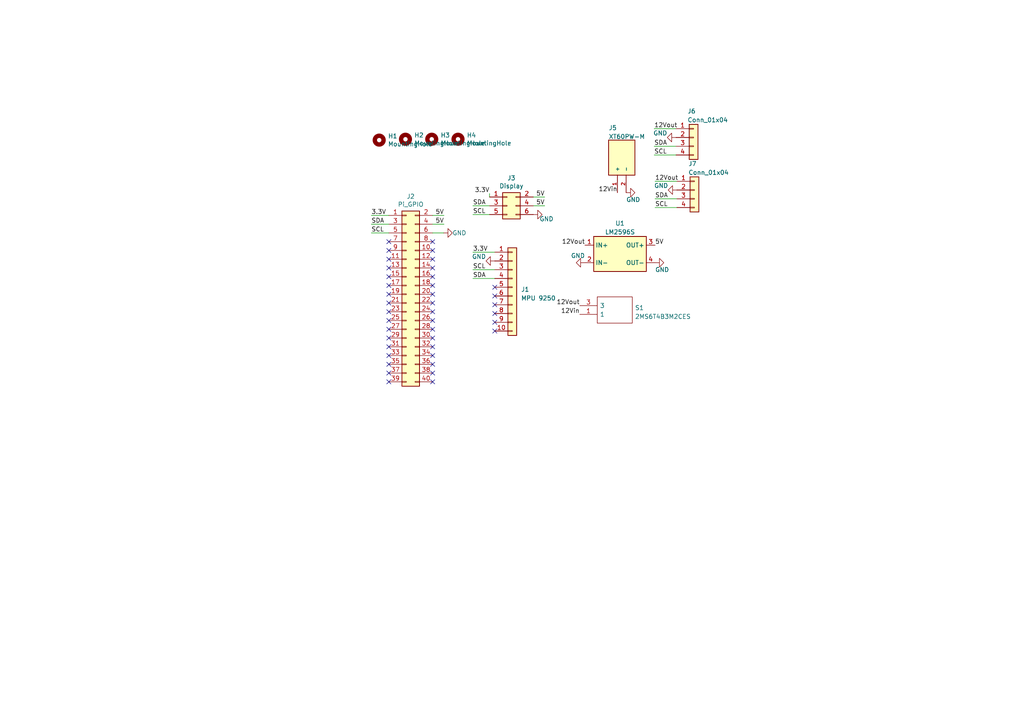
<source format=kicad_sch>
(kicad_sch (version 20230121) (generator eeschema)
  (paper "A4")
  (lib_symbols
    (symbol "2MS6T4B3M2CES:2MS6T4B3M2CES" (pin_names (offset 0.762))
      (property "Reference" "S" (at 16.51 7.62 0))
      (property "Value" "2MS6T4B3M2CES" (at 16.51 5.08 0))
      (symbol "2MS6T4B3M2CES_0_0"
        (pin passive line (at 0 -2.54 0) (length 5.08) (name "1") (number "1"))
        (pin passive line (at 0 0 0) (length 5.08) (name "3") (number "3"))
      )
      (symbol "2MS6T4B3M2CES_0_1"
        (polyline (pts (xy 5.08 2.54) (xy 15.24 2.54) (xy 15.24 -5.08) (xy 5.08 -5.08) (xy 5.08 2.54)) (stroke (width 0.1524)))
      )
    )
    (symbol "Connector_Generic:Conn_01x04" (pin_names (offset 1.016) hide)
      (property "Reference" "J" (at 0 5.08 0))
      (property "Value" "Conn_01x04" (at 0 -7.62 0))
      (symbol "Conn_01x04_1_1"
        (rectangle (start -1.27 -4.953) (end 0 -5.207) (stroke (width 0.1524)))
        (rectangle (start -1.27 -2.413) (end 0 -2.667) (stroke (width 0.1524)))
        (rectangle (start -1.27 0.127) (end 0 -0.127) (stroke (width 0.1524)))
        (rectangle (start -1.27 2.667) (end 0 2.413) (stroke (width 0.1524)))
        (rectangle (start -1.27 3.81) (end 1.27 -6.35) (stroke (width 0.254)) (fill (type background)))
        (pin passive line (at -5.08 2.54 0) (length 3.81) (name "Pin_1") (number "1"))
        (pin passive line (at -5.08 0 0) (length 3.81) (name "Pin_2") (number "2"))
        (pin passive line (at -5.08 -2.54 0) (length 3.81) (name "Pin_3") (number "3"))
        (pin passive line (at -5.08 -5.08 0) (length 3.81) (name "Pin_4") (number "4"))
      )
    )
    (symbol "Connector_Generic:Conn_01x10" (pin_names (offset 1.016) hide)
      (property "Reference" "J" (at 0 12.7 0))
      (property "Value" "Conn_01x10" (at 0 -15.24 0))
      (symbol "Conn_01x10_1_1"
        (rectangle (start -1.27 -12.573) (end 0 -12.827) (stroke (width 0.1524)))
        (rectangle (start -1.27 -10.033) (end 0 -10.287) (stroke (width 0.1524)))
        (rectangle (start -1.27 -7.493) (end 0 -7.747) (stroke (width 0.1524)))
        (rectangle (start -1.27 -4.953) (end 0 -5.207) (stroke (width 0.1524)))
        (rectangle (start -1.27 -2.413) (end 0 -2.667) (stroke (width 0.1524)))
        (rectangle (start -1.27 0.127) (end 0 -0.127) (stroke (width 0.1524)))
        (rectangle (start -1.27 2.667) (end 0 2.413) (stroke (width 0.1524)))
        (rectangle (start -1.27 5.207) (end 0 4.953) (stroke (width 0.1524)))
        (rectangle (start -1.27 7.747) (end 0 7.493) (stroke (width 0.1524)))
        (rectangle (start -1.27 10.287) (end 0 10.033) (stroke (width 0.1524)))
        (rectangle (start -1.27 11.43) (end 1.27 -13.97) (stroke (width 0.254)) (fill (type background)))
        (pin passive line (at -5.08 10.16 0) (length 3.81) (name "Pin_1") (number "1"))
        (pin passive line (at -5.08 -12.7 0) (length 3.81) (name "Pin_10") (number "10"))
        (pin passive line (at -5.08 7.62 0) (length 3.81) (name "Pin_2") (number "2"))
        (pin passive line (at -5.08 5.08 0) (length 3.81) (name "Pin_3") (number "3"))
        (pin passive line (at -5.08 2.54 0) (length 3.81) (name "Pin_4") (number "4"))
        (pin passive line (at -5.08 0 0) (length 3.81) (name "Pin_5") (number "5"))
        (pin passive line (at -5.08 -2.54 0) (length 3.81) (name "Pin_6") (number "6"))
        (pin passive line (at -5.08 -5.08 0) (length 3.81) (name "Pin_7") (number "7"))
        (pin passive line (at -5.08 -7.62 0) (length 3.81) (name "Pin_8") (number "8"))
        (pin passive line (at -5.08 -10.16 0) (length 3.81) (name "Pin_9") (number "9"))
      )
    )
    (symbol "Connector_Generic:Conn_02x03_Odd_Even" (pin_names (offset 1.016) hide)
      (property "Reference" "J" (at 1.27 5.08 0))
      (property "Value" "Conn_02x03_Odd_Even" (at 1.27 -5.08 0))
      (symbol "Conn_02x03_Odd_Even_1_1"
        (rectangle (start -1.27 -2.413) (end 0 -2.667) (stroke (width 0.1524)))
        (rectangle (start -1.27 0.127) (end 0 -0.127) (stroke (width 0.1524)))
        (rectangle (start -1.27 2.667) (end 0 2.413) (stroke (width 0.1524)))
        (rectangle (start -1.27 3.81) (end 3.81 -3.81) (stroke (width 0.254)) (fill (type background)))
        (rectangle (start 3.81 -2.413) (end 2.54 -2.667) (stroke (width 0.1524)))
        (rectangle (start 3.81 0.127) (end 2.54 -0.127) (stroke (width 0.1524)))
        (rectangle (start 3.81 2.667) (end 2.54 2.413) (stroke (width 0.1524)))
        (pin passive line (at -5.08 2.54 0) (length 3.81) (name "Pin_1") (number "1"))
        (pin passive line (at 7.62 2.54 180) (length 3.81) (name "Pin_2") (number "2"))
        (pin passive line (at -5.08 0 0) (length 3.81) (name "Pin_3") (number "3"))
        (pin passive line (at 7.62 0 180) (length 3.81) (name "Pin_4") (number "4"))
        (pin passive line (at -5.08 -2.54 0) (length 3.81) (name "Pin_5") (number "5"))
        (pin passive line (at 7.62 -2.54 180) (length 3.81) (name "Pin_6") (number "6"))
      )
    )
    (symbol "Connector_Generic:Conn_02x20_Odd_Even" (pin_names (offset 1.016) hide)
      (property "Reference" "J" (at 1.27 25.4 0))
      (property "Value" "Conn_02x20_Odd_Even" (at 1.27 -27.94 0))
      (symbol "Conn_02x20_Odd_Even_1_1"
        (rectangle (start -1.27 -25.273) (end 0 -25.527) (stroke (width 0.1524)))
        (rectangle (start -1.27 -22.733) (end 0 -22.987) (stroke (width 0.1524)))
        (rectangle (start -1.27 -20.193) (end 0 -20.447) (stroke (width 0.1524)))
        (rectangle (start -1.27 -17.653) (end 0 -17.907) (stroke (width 0.1524)))
        (rectangle (start -1.27 -15.113) (end 0 -15.367) (stroke (width 0.1524)))
        (rectangle (start -1.27 -12.573) (end 0 -12.827) (stroke (width 0.1524)))
        (rectangle (start -1.27 -10.033) (end 0 -10.287) (stroke (width 0.1524)))
        (rectangle (start -1.27 -7.493) (end 0 -7.747) (stroke (width 0.1524)))
        (rectangle (start -1.27 -4.953) (end 0 -5.207) (stroke (width 0.1524)))
        (rectangle (start -1.27 -2.413) (end 0 -2.667) (stroke (width 0.1524)))
        (rectangle (start -1.27 0.127) (end 0 -0.127) (stroke (width 0.1524)))
        (rectangle (start -1.27 2.667) (end 0 2.413) (stroke (width 0.1524)))
        (rectangle (start -1.27 5.207) (end 0 4.953) (stroke (width 0.1524)))
        (rectangle (start -1.27 7.747) (end 0 7.493) (stroke (width 0.1524)))
        (rectangle (start -1.27 10.287) (end 0 10.033) (stroke (width 0.1524)))
        (rectangle (start -1.27 12.827) (end 0 12.573) (stroke (width 0.1524)))
        (rectangle (start -1.27 15.367) (end 0 15.113) (stroke (width 0.1524)))
        (rectangle (start -1.27 17.907) (end 0 17.653) (stroke (width 0.1524)))
        (rectangle (start -1.27 20.447) (end 0 20.193) (stroke (width 0.1524)))
        (rectangle (start -1.27 22.987) (end 0 22.733) (stroke (width 0.1524)))
        (rectangle (start -1.27 24.13) (end 3.81 -26.67) (stroke (width 0.254)) (fill (type background)))
        (rectangle (start 3.81 -25.273) (end 2.54 -25.527) (stroke (width 0.1524)))
        (rectangle (start 3.81 -22.733) (end 2.54 -22.987) (stroke (width 0.1524)))
        (rectangle (start 3.81 -20.193) (end 2.54 -20.447) (stroke (width 0.1524)))
        (rectangle (start 3.81 -17.653) (end 2.54 -17.907) (stroke (width 0.1524)))
        (rectangle (start 3.81 -15.113) (end 2.54 -15.367) (stroke (width 0.1524)))
        (rectangle (start 3.81 -12.573) (end 2.54 -12.827) (stroke (width 0.1524)))
        (rectangle (start 3.81 -10.033) (end 2.54 -10.287) (stroke (width 0.1524)))
        (rectangle (start 3.81 -7.493) (end 2.54 -7.747) (stroke (width 0.1524)))
        (rectangle (start 3.81 -4.953) (end 2.54 -5.207) (stroke (width 0.1524)))
        (rectangle (start 3.81 -2.413) (end 2.54 -2.667) (stroke (width 0.1524)))
        (rectangle (start 3.81 0.127) (end 2.54 -0.127) (stroke (width 0.1524)))
        (rectangle (start 3.81 2.667) (end 2.54 2.413) (stroke (width 0.1524)))
        (rectangle (start 3.81 5.207) (end 2.54 4.953) (stroke (width 0.1524)))
        (rectangle (start 3.81 7.747) (end 2.54 7.493) (stroke (width 0.1524)))
        (rectangle (start 3.81 10.287) (end 2.54 10.033) (stroke (width 0.1524)))
        (rectangle (start 3.81 12.827) (end 2.54 12.573) (stroke (width 0.1524)))
        (rectangle (start 3.81 15.367) (end 2.54 15.113) (stroke (width 0.1524)))
        (rectangle (start 3.81 17.907) (end 2.54 17.653) (stroke (width 0.1524)))
        (rectangle (start 3.81 20.447) (end 2.54 20.193) (stroke (width 0.1524)))
        (rectangle (start 3.81 22.987) (end 2.54 22.733) (stroke (width 0.1524)))
        (pin passive line (at -5.08 22.86 0) (length 3.81) (name "Pin_1") (number "1"))
        (pin passive line (at 7.62 12.7 180) (length 3.81) (name "Pin_10") (number "10"))
        (pin passive line (at -5.08 10.16 0) (length 3.81) (name "Pin_11") (number "11"))
        (pin passive line (at 7.62 10.16 180) (length 3.81) (name "Pin_12") (number "12"))
        (pin passive line (at -5.08 7.62 0) (length 3.81) (name "Pin_13") (number "13"))
        (pin passive line (at 7.62 7.62 180) (length 3.81) (name "Pin_14") (number "14"))
        (pin passive line (at -5.08 5.08 0) (length 3.81) (name "Pin_15") (number "15"))
        (pin passive line (at 7.62 5.08 180) (length 3.81) (name "Pin_16") (number "16"))
        (pin passive line (at -5.08 2.54 0) (length 3.81) (name "Pin_17") (number "17"))
        (pin passive line (at 7.62 2.54 180) (length 3.81) (name "Pin_18") (number "18"))
        (pin passive line (at -5.08 0 0) (length 3.81) (name "Pin_19") (number "19"))
        (pin passive line (at 7.62 22.86 180) (length 3.81) (name "Pin_2") (number "2"))
        (pin passive line (at 7.62 0 180) (length 3.81) (name "Pin_20") (number "20"))
        (pin passive line (at -5.08 -2.54 0) (length 3.81) (name "Pin_21") (number "21"))
        (pin passive line (at 7.62 -2.54 180) (length 3.81) (name "Pin_22") (number "22"))
        (pin passive line (at -5.08 -5.08 0) (length 3.81) (name "Pin_23") (number "23"))
        (pin passive line (at 7.62 -5.08 180) (length 3.81) (name "Pin_24") (number "24"))
        (pin passive line (at -5.08 -7.62 0) (length 3.81) (name "Pin_25") (number "25"))
        (pin passive line (at 7.62 -7.62 180) (length 3.81) (name "Pin_26") (number "26"))
        (pin passive line (at -5.08 -10.16 0) (length 3.81) (name "Pin_27") (number "27"))
        (pin passive line (at 7.62 -10.16 180) (length 3.81) (name "Pin_28") (number "28"))
        (pin passive line (at -5.08 -12.7 0) (length 3.81) (name "Pin_29") (number "29"))
        (pin passive line (at -5.08 20.32 0) (length 3.81) (name "Pin_3") (number "3"))
        (pin passive line (at 7.62 -12.7 180) (length 3.81) (name "Pin_30") (number "30"))
        (pin passive line (at -5.08 -15.24 0) (length 3.81) (name "Pin_31") (number "31"))
        (pin passive line (at 7.62 -15.24 180) (length 3.81) (name "Pin_32") (number "32"))
        (pin passive line (at -5.08 -17.78 0) (length 3.81) (name "Pin_33") (number "33"))
        (pin passive line (at 7.62 -17.78 180) (length 3.81) (name "Pin_34") (number "34"))
        (pin passive line (at -5.08 -20.32 0) (length 3.81) (name "Pin_35") (number "35"))
        (pin passive line (at 7.62 -20.32 180) (length 3.81) (name "Pin_36") (number "36"))
        (pin passive line (at -5.08 -22.86 0) (length 3.81) (name "Pin_37") (number "37"))
        (pin passive line (at 7.62 -22.86 180) (length 3.81) (name "Pin_38") (number "38"))
        (pin passive line (at -5.08 -25.4 0) (length 3.81) (name "Pin_39") (number "39"))
        (pin passive line (at 7.62 20.32 180) (length 3.81) (name "Pin_4") (number "4"))
        (pin passive line (at 7.62 -25.4 180) (length 3.81) (name "Pin_40") (number "40"))
        (pin passive line (at -5.08 17.78 0) (length 3.81) (name "Pin_5") (number "5"))
        (pin passive line (at 7.62 17.78 180) (length 3.81) (name "Pin_6") (number "6"))
        (pin passive line (at -5.08 15.24 0) (length 3.81) (name "Pin_7") (number "7"))
        (pin passive line (at 7.62 15.24 180) (length 3.81) (name "Pin_8") (number "8"))
        (pin passive line (at -5.08 12.7 0) (length 3.81) (name "Pin_9") (number "9"))
      )
    )
    (symbol "Mechanical:MountingHole" (pin_names (offset 1.016))
      (property "Reference" "H" (at 0 5.08 0))
      (property "Value" "MountingHole" (at 0 3.175 0))
      (symbol "MountingHole_0_1"
        (circle (center 0 0) (radius 1.27) (stroke (width 1.27)))
      )
    )
    (symbol "Regulator_Switching:LM2596S"
      (property "Reference" "U" (at 0 8.89 0))
      (property "Value" "LM2596S" (at 0 6.35 0))
      (symbol "LM2596S_0_1"
        (rectangle (start -7.62 5.08) (end 7.62 -5.08) (stroke (width 0.254)) (fill (type background)))
      )
      (symbol "LM2596S_1_1"
        (pin power_in line (at -10.16 2.54 0) (length 2.54) (name "IN+") (number "1"))
        (pin input line (at -10.16 -2.54 0) (length 2.54) (name "IN-") (number "2"))
        (pin power_out line (at 10.16 2.54 180) (length 2.54) (name "OUT+") (number "3"))
        (pin output line (at 10.16 -2.54 180) (length 2.54) (name "OUT-") (number "4"))
      )
    )
    (symbol "XT60PW-M:XT60PW-M" (pin_names (offset 1.016))
      (property "Reference" "J" (at -5.08 5.715 0))
      (property "Value" "XT60PW-M" (at -5.08 -5.08 0))
      (symbol "XT60PW-M_0_0"
        (rectangle (start -5.08 -2.54) (end 5.08 5.08) (stroke (width 0.254)) (fill (type background)))
        (pin passive line (at -10.16 2.54 0) (length 5.08) (name "+") (number "1"))
        (pin passive line (at -10.16 0 0) (length 5.08) (name "-") (number "2"))
      )
    )
    (symbol "power:GND" (power) (pin_names (offset 0))
      (property "Value" "GND" (at 0 -3.81 0))
      (symbol "GND_0_1"
        (polyline (pts (xy 0 0) (xy 0 -1.27) (xy 1.27 -1.27) (xy 0 -2.54) (xy -1.27 -1.27) (xy 0 -1.27)))
      )
      (symbol "GND_1_1"
        (pin power_in line (at 0 0 270) (length 0) hide (name "GND") (number "1"))
      )
    )
  )
  (no_connect (at 143.51 83.312))
  (no_connect (at 125.476 90.424))
  (no_connect (at 125.476 80.264))
  (no_connect (at 125.476 82.804))
  (no_connect (at 112.776 85.344))
  (no_connect (at 125.476 110.744))
  (no_connect (at 143.51 88.392))
  (no_connect (at 112.776 103.124))
  (no_connect (at 112.776 95.504))
  (no_connect (at 125.476 108.204))
  (no_connect (at 125.476 103.124))
  (no_connect (at 112.776 92.964))
  (no_connect (at 112.776 100.584))
  (no_connect (at 112.776 80.264))
  (no_connect (at 143.51 96.012))
  (no_connect (at 112.776 72.644))
  (no_connect (at 125.476 98.044))
  (no_connect (at 143.51 85.852))
  (no_connect (at 143.51 90.932))
  (no_connect (at 125.476 77.724))
  (no_connect (at 125.476 75.184))
  (no_connect (at 125.476 87.884))
  (no_connect (at 112.776 98.044))
  (no_connect (at 125.476 70.104))
  (no_connect (at 125.476 72.644))
  (no_connect (at 112.776 90.424))
  (no_connect (at 125.476 92.964))
  (no_connect (at 143.51 93.472))
  (no_connect (at 125.476 100.584))
  (no_connect (at 112.776 82.804))
  (no_connect (at 112.776 108.204))
  (no_connect (at 125.476 85.344))
  (no_connect (at 112.776 70.104))
  (no_connect (at 125.476 95.504))
  (no_connect (at 112.776 110.744))
  (no_connect (at 112.776 75.184))
  (no_connect (at 125.476 105.664))
  (no_connect (at 112.776 105.664))
  (no_connect (at 112.776 77.724))
  (no_connect (at 112.776 87.884))
  (wire (pts (xy 125.476 67.564) (xy 128.651 67.564)))
  (wire (pts (xy 157.988 59.69) (xy 154.686 59.69)))
  (wire (pts (xy 141.986 59.69) (xy 137.16 59.69)))
  (wire (pts (xy 107.696 62.484) (xy 112.776 62.484)))
  (wire (pts (xy 189.992 57.658) (xy 196.342 57.658)))
  (wire (pts (xy 137.16 80.772) (xy 143.51 80.772)))
  (wire (pts (xy 189.992 52.578) (xy 196.342 52.578)))
  (wire (pts (xy 107.696 67.564) (xy 112.776 67.564)))
  (wire (pts (xy 137.16 73.152) (xy 143.51 73.152)))
  (wire (pts (xy 128.778 65.024) (xy 125.476 65.024)))
  (wire (pts (xy 137.16 78.232) (xy 143.51 78.232)))
  (wire (pts (xy 189.738 37.338) (xy 196.088 37.338)))
  (wire (pts (xy 189.738 44.958) (xy 196.088 44.958)))
  (wire (pts (xy 107.696 65.024) (xy 112.776 65.024)))
  (wire (pts (xy 141.986 57.15) (xy 141.986 56.134)))
  (wire (pts (xy 141.986 62.23) (xy 137.16 62.23)))
  (wire (pts (xy 189.738 42.418) (xy 196.088 42.418)))
  (wire (pts (xy 128.778 62.484) (xy 125.476 62.484)))
  (wire (pts (xy 157.988 57.15) (xy 154.686 57.15)))
  (wire (pts (xy 189.992 60.198) (xy 196.342 60.198)))
  (label "5V" (at 128.778 65.024 180))
  (label "12Vout" (at 189.992 52.578 0))
  (label "3.3V" (at 137.16 73.152 0))
  (label "3.3V" (at 141.986 56.134 180))
  (label "SDA" (at 107.696 65.024 0))
  (label "5V" (at 189.992 71.12 0))
  (label "SCL" (at 137.16 62.23 0))
  (label "12Vout" (at 169.672 71.12 180))
  (label "3.3V" (at 107.696 62.484 0))
  (label "12Vin" (at 179.07 55.88 180))
  (label "SCL" (at 189.992 60.198 0))
  (label "12Vin" (at 168.148 91.186 180))
  (label "5V" (at 157.988 59.69 180))
  (label "SCL" (at 137.16 78.232 0))
  (label "SDA" (at 137.16 80.772 0))
  (label "SDA" (at 189.992 57.658 0))
  (label "SCL" (at 107.696 67.564 0))
  (label "SDA" (at 137.16 59.69 0))
  (label "5V" (at 157.988 57.15 180))
  (label "5V" (at 128.778 62.484 180))
  (label "12Vout" (at 168.148 88.646 180))
  (label "SDA" (at 189.738 42.418 0))
  (label "SCL" (at 189.738 44.958 0))
  (label "12Vout" (at 189.738 37.338 0))
  (symbol (lib_id "Connector_Generic:Conn_02x20_Odd_Even") (at 117.856 85.344 0) (unit 1)
    (property "Reference" "J2" (at 119.126 56.9722 0))
    (property "Value" "Pi_GPIO" (at 119.126 59.2836 0))
    (property "Footprint" "Connector_PinHeader_2.54mm:PinHeader_2x20_P2.54mm_Vertical" (effects hide))
  )
  (symbol (lib_id "Connector_Generic:Conn_02x03_Odd_Even") (at 147.066 59.69 0) (unit 1)
    (property "Reference" "J3" (at 148.336 51.6382 0))
    (property "Value" "Display" (at 148.336 53.9496 0))
    (property "Footprint" "Connector_PinHeader_2.54mm:PinHeader_2x03_P2.54mm_Vertical" (effects hide))
  )
  (symbol (lib_id "Mechanical:MountingHole") (at 109.982 40.64 0) (unit 1)
    (property "Reference" "H1" (at 112.522 39.4716 0) (effects (justify left)))
    (property "Value" "MountingHole" (at 112.522 41.783 0) (effects (justify left)))
    (property "Footprint" "MountingHole:MountingHole_2.5mm" (effects hide))
  )
  (symbol (lib_id "Mechanical:MountingHole") (at 117.602 40.386 0) (unit 1)
    (property "Reference" "H2" (at 120.142 39.2176 0) (effects (justify left)))
    (property "Value" "MountingHole" (at 120.142 41.529 0) (effects (justify left)))
    (property "Footprint" "MountingHole:MountingHole_2.5mm" (effects hide))
  )
  (symbol (lib_id "Mechanical:MountingHole") (at 125.222 40.386 0) (unit 1)
    (property "Reference" "H3" (at 127.762 39.2176 0) (effects (justify left)))
    (property "Value" "MountingHole" (at 127.762 41.529 0) (effects (justify left)))
    (property "Footprint" "MountingHole:MountingHole_2.5mm" (effects hide))
  )
  (symbol (lib_id "Mechanical:MountingHole") (at 132.842 40.386 0) (unit 1)
    (property "Reference" "H4" (at 135.382 39.2176 0) (effects (justify left)))
    (property "Value" "MountingHole" (at 135.382 41.529 0) (effects (justify left)))
    (property "Footprint" "MountingHole:MountingHole_2.5mm" (effects hide))
  )
  (symbol (lib_id "power:GND") (at 128.651 67.564 90) (unit 1)
    (property "Reference" "#PWR0107" (effects hide))
    (property "Value" "GND" (at 131.191 67.564 90) (effects (justify right)))
  )
  (symbol (lib_id "power:GND") (at 154.686 62.23 90) (unit 1)
    (property "Reference" "#PWR0108" (effects hide))
    (property "Value" "GND" (at 156.464 63.5 90) (effects (justify right)))
  )
  (symbol (lib_id "power:GND") (at 196.342 55.118 270) (unit 1)
    (property "Reference" "#PWR02" (effects hide))
    (property "Value" "GND" (at 193.802 53.848 90) (effects (justify right)))
  )
  (symbol (lib_id "power:GND") (at 181.61 55.88 90) (unit 1)
    (property "Reference" "#PWR03" (effects hide))
    (property "Value" "GND" (at 181.61 57.912 90) (effects (justify right)))
  )
  (symbol (lib_id "power:GND") (at 143.51 75.692 270) (unit 1)
    (property "Reference" "#PWR0109" (effects hide))
    (property "Value" "GND" (at 140.97 74.422 90) (effects (justify right)))
  )
  (symbol (lib_id "2MS6T4B3M2CES:2MS6T4B3M2CES") (at 168.148 88.646 0) (unit 1)
    (property "Reference" "S1" (at 184.15 89.281 0) (effects (justify left)))
    (property "Value" "2MS6T4B3M2CES" (at 184.15 91.821 0) (effects (justify left)))
    (property "Footprint" "2MS6T4B3M2CES" (effects hide))
    (property "Datasheet" "https://www.mouser.in/datasheet/2/979/Dailywell_01132020_2M_Series-1708785.pdf" (effects hide))
    (property "Description" "Toggle Switches SPST OFF-ON" (effects hide))
    (property "Height" "23.63" (effects hide))
    (property "Mouser Part Number" "118-2MS6T4B3M2CES" (effects hide))
    (property "Mouser Price/Stock" "https://www.mouser.co.uk/ProductDetail/Dailywell/2MS6T4B3M2CES?qs=B6kkDfuK7%2FCZhGel7UMMow%3D%3D" (effects hide))
    (property "Manufacturer_Name" "Dailywell" (effects hide))
    (property "Manufacturer_Part_Number" "2MS6T4B3M2CES" (effects hide))
  )
  (symbol (lib_id "Connector_Generic:Conn_01x04") (at 201.168 39.878 0) (unit 1)
    (property "Reference" "J6" (at 199.39 32.258 0) (effects (justify left)))
    (property "Value" "Conn_01x04" (at 199.39 34.798 0) (effects (justify left)))
    (property "Footprint" "Connector_PinHeader_2.54mm:PinHeader_1x04_P2.54mm_Vertical" (effects hide))
  )
  (symbol (lib_id "XT60PW-M:XT60PW-M") (at 181.61 45.72 90) (unit 1)
    (property "Reference" "J5" (at 176.53 37.084 90) (effects (justify right)))
    (property "Value" "XT60PW-M" (at 176.53 39.624 90) (effects (justify right)))
    (property "Footprint" ".pretty:AMASS_XT60PW-M" (effects hide))
    (property "STANDARD" "Manufacturer recommendations" (effects hide))
    (property "PARTREV" "V1.2" (effects hide))
    (property "MANUFACTURER" "AMASS" (effects hide))
    (property "MAXIMUM_PACKAGE_HEIGHT" "8.4 mm" (effects hide))
  )
  (symbol (lib_id "power:GND") (at 189.992 76.2 90) (unit 1)
    (property "Reference" "#PWR06" (effects hide))
    (property "Value" "GND" (at 189.992 78.232 90) (effects (justify right)))
  )
  (symbol (lib_id "Connector_Generic:Conn_01x04") (at 201.422 55.118 0) (unit 1)
    (property "Reference" "J7" (at 199.644 47.498 0) (effects (justify left)))
    (property "Value" "Conn_01x04" (at 199.644 50.038 0) (effects (justify left)))
    (property "Footprint" "Connector_PinHeader_2.54mm:PinHeader_1x04_P2.54mm_Vertical" (effects hide))
  )
  (symbol (lib_id "power:GND") (at 196.088 39.878 270) (unit 1)
    (property "Reference" "#PWR01" (effects hide))
    (property "Value" "GND" (at 193.548 38.608 90) (effects (justify right)))
  )
  (symbol (lib_id "Connector_Generic:Conn_01x10") (at 148.59 83.312 0) (unit 1)
    (property "Reference" "J1" (at 151.13 83.947 0) (effects (justify left)))
    (property "Value" "MPU 9250" (at 151.13 86.487 0) (effects (justify left)))
    (property "Footprint" "Connector_PinHeader_2.54mm:PinHeader_1x10_P2.54mm_Vertical" (effects hide))
  )
  (symbol (lib_id "power:GND") (at 169.672 76.2 270) (unit 1)
    (property "Reference" "#PWR05" (effects hide))
    (property "Value" "GND" (at 169.672 74.168 90) (effects (justify right)))
  )
  (symbol (lib_id "Regulator_Switching:LM2596S") (at 179.832 73.66 0) (unit 1)
    (property "Reference" "U1" (at 179.832 64.77 0))
    (property "Value" "LM2596S" (at 179.832 67.31 0))
    (property "Footprint" "refV:LM2596S_mod" (effects hide))
  )
)
</source>
